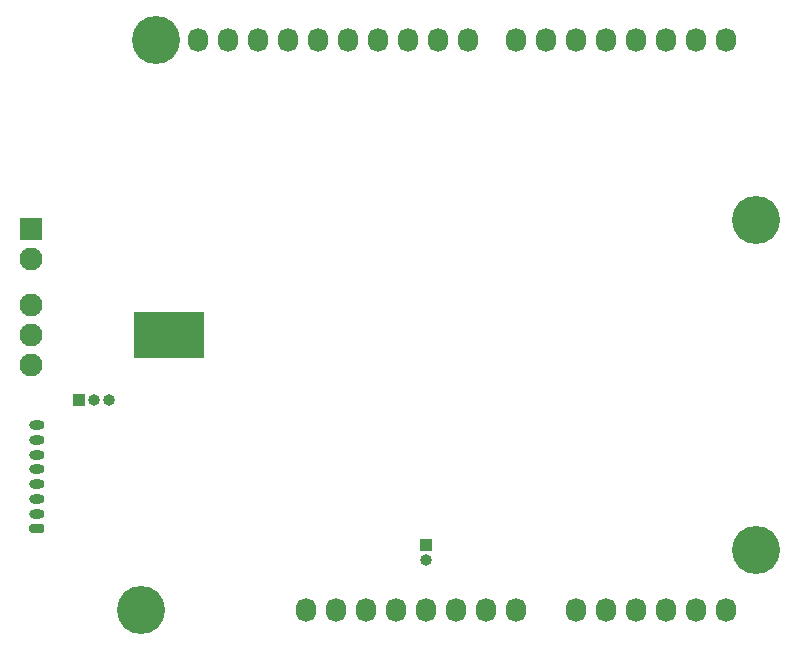
<source format=gbr>
%TF.GenerationSoftware,KiCad,Pcbnew,(5.1.9)-1*%
%TF.CreationDate,2021-05-10T14:35:49+02:00*%
%TF.ProjectId,Driverino-Shield,44726976-6572-4696-9e6f-2d536869656c,rev?*%
%TF.SameCoordinates,Original*%
%TF.FileFunction,Soldermask,Bot*%
%TF.FilePolarity,Negative*%
%FSLAX46Y46*%
G04 Gerber Fmt 4.6, Leading zero omitted, Abs format (unit mm)*
G04 Created by KiCad (PCBNEW (5.1.9)-1) date 2021-05-10 14:35:49*
%MOMM*%
%LPD*%
G01*
G04 APERTURE LIST*
%ADD10C,0.100000*%
%ADD11C,0.740000*%
%ADD12O,1.000000X1.000000*%
%ADD13R,1.000000X1.000000*%
%ADD14C,4.064000*%
%ADD15O,1.727200X2.032000*%
%ADD16R,1.950000X1.950000*%
%ADD17C,1.950000*%
%ADD18O,1.300000X0.800000*%
G04 APERTURE END LIST*
D10*
%TO.C,U1*%
G36*
X124398000Y-102465000D02*
G01*
X124398000Y-98665000D01*
X130198000Y-98665000D01*
X130198000Y-102465000D01*
X124398000Y-102465000D01*
G37*
X124398000Y-102465000D02*
X124398000Y-98665000D01*
X130198000Y-98665000D01*
X130198000Y-102465000D01*
X124398000Y-102465000D01*
%TD*%
D11*
%TO.C,U1*%
X127298000Y-101190000D03*
X127298000Y-99940000D03*
X127298000Y-98965000D03*
X127298000Y-102165000D03*
X128648000Y-101190000D03*
X128648000Y-99940000D03*
X128648000Y-98965000D03*
X128648000Y-102165000D03*
X129898000Y-101190000D03*
X129898000Y-99940000D03*
X125948000Y-101190000D03*
X125948000Y-99940000D03*
X125948000Y-98965000D03*
X125948000Y-102165000D03*
X124698000Y-101190000D03*
X124698000Y-99940000D03*
%TD*%
D12*
%TO.C,JP1*%
X122268000Y-106045000D03*
X120998000Y-106045000D03*
D13*
X119728000Y-106045000D03*
%TD*%
D14*
%TO.C,P5*%
X124968000Y-123825000D03*
%TD*%
%TO.C,P7*%
X126238000Y-75565000D03*
%TD*%
%TO.C,P8*%
X177038000Y-90805000D03*
%TD*%
D15*
%TO.C,P3*%
X129794000Y-75565000D03*
X132334000Y-75565000D03*
X134874000Y-75565000D03*
X137414000Y-75565000D03*
X139954000Y-75565000D03*
X142494000Y-75565000D03*
X145034000Y-75565000D03*
X147574000Y-75565000D03*
X150114000Y-75565000D03*
X152654000Y-75565000D03*
%TD*%
D14*
%TO.C,P6*%
X177038000Y-118745000D03*
%TD*%
D15*
%TO.C,P1*%
X138938000Y-123825000D03*
X141478000Y-123825000D03*
X144018000Y-123825000D03*
X146558000Y-123825000D03*
X149098000Y-123825000D03*
X151638000Y-123825000D03*
X154178000Y-123825000D03*
X156718000Y-123825000D03*
%TD*%
%TO.C,P2*%
X161798000Y-123825000D03*
X164338000Y-123825000D03*
X166878000Y-123825000D03*
X169418000Y-123825000D03*
X171958000Y-123825000D03*
X174498000Y-123825000D03*
%TD*%
%TO.C,P4*%
X156718000Y-75565000D03*
X159258000Y-75565000D03*
X161798000Y-75565000D03*
X164338000Y-75565000D03*
X166878000Y-75565000D03*
X169418000Y-75565000D03*
X171958000Y-75565000D03*
X174498000Y-75565000D03*
%TD*%
D16*
%TO.C,P9*%
X115633500Y-91565000D03*
D17*
X115633500Y-94105000D03*
%TD*%
%TO.C,P10*%
X115633500Y-98025000D03*
X115633500Y-100565000D03*
X115633500Y-103105000D03*
%TD*%
D18*
%TO.C,P11*%
X116147500Y-108215000D03*
X116147500Y-109465000D03*
X116147500Y-110715000D03*
X116147500Y-111965000D03*
X116147500Y-113215000D03*
X116147500Y-114465000D03*
X116147500Y-115715000D03*
G36*
G01*
X116597500Y-117365000D02*
X115697500Y-117365000D01*
G75*
G02*
X115497500Y-117165000I0J200000D01*
G01*
X115497500Y-116765000D01*
G75*
G02*
X115697500Y-116565000I200000J0D01*
G01*
X116597500Y-116565000D01*
G75*
G02*
X116797500Y-116765000I0J-200000D01*
G01*
X116797500Y-117165000D01*
G75*
G02*
X116597500Y-117365000I-200000J0D01*
G01*
G37*
%TD*%
D13*
%TO.C,JP2*%
X149098000Y-118349000D03*
D12*
X149098000Y-119619000D03*
%TD*%
M02*

</source>
